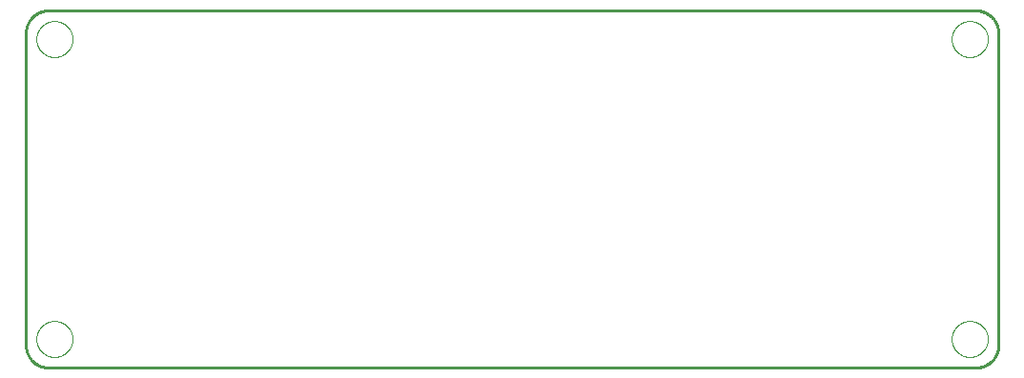
<source format=gko>
G04 EAGLE Gerber RS-274X export*
G75*
%MOMM*%
%FSLAX25Y25*%
%LPD*%
%AMOC8*
5,1,8,0,0,1.08239X$1,22.5*%
G01*
%ADD10C,0.000000*%
%ADD11C,0.254000*%


D10*
X8222000Y2921000D02*
X8222048Y2924927D01*
X8222193Y2928851D01*
X8222434Y2932770D01*
X8222770Y2936683D01*
X8223203Y2940586D01*
X8223732Y2944477D01*
X8224356Y2948354D01*
X8225074Y2952214D01*
X8225888Y2956056D01*
X8226795Y2959877D01*
X8227796Y2963674D01*
X8228890Y2967446D01*
X8230075Y2971189D01*
X8231353Y2974902D01*
X8232721Y2978583D01*
X8234179Y2982229D01*
X8235726Y2985839D01*
X8237362Y2989409D01*
X8239084Y2992938D01*
X8240893Y2996423D01*
X8242786Y2999864D01*
X8244763Y3003256D01*
X8246823Y3006600D01*
X8248965Y3009891D01*
X8251186Y3013129D01*
X8253487Y3016312D01*
X8255865Y3019437D01*
X8258318Y3022503D01*
X8260847Y3025508D01*
X8263448Y3028449D01*
X8266120Y3031326D01*
X8268863Y3034137D01*
X8271674Y3036880D01*
X8274551Y3039552D01*
X8277492Y3042153D01*
X8280497Y3044682D01*
X8283563Y3047135D01*
X8286688Y3049513D01*
X8289871Y3051814D01*
X8293109Y3054035D01*
X8296400Y3056177D01*
X8299744Y3058237D01*
X8303136Y3060214D01*
X8306577Y3062107D01*
X8310062Y3063916D01*
X8313591Y3065638D01*
X8317161Y3067274D01*
X8320771Y3068821D01*
X8324417Y3070279D01*
X8328098Y3071647D01*
X8331811Y3072925D01*
X8335554Y3074110D01*
X8339326Y3075204D01*
X8343123Y3076205D01*
X8346944Y3077112D01*
X8350786Y3077926D01*
X8354646Y3078644D01*
X8358523Y3079268D01*
X8362414Y3079797D01*
X8366317Y3080230D01*
X8370230Y3080566D01*
X8374149Y3080807D01*
X8378073Y3080952D01*
X8382000Y3081000D01*
X8385927Y3080952D01*
X8389851Y3080807D01*
X8393770Y3080566D01*
X8397683Y3080230D01*
X8401586Y3079797D01*
X8405477Y3079268D01*
X8409354Y3078644D01*
X8413214Y3077926D01*
X8417056Y3077112D01*
X8420877Y3076205D01*
X8424674Y3075204D01*
X8428446Y3074110D01*
X8432189Y3072925D01*
X8435902Y3071647D01*
X8439583Y3070279D01*
X8443229Y3068821D01*
X8446839Y3067274D01*
X8450409Y3065638D01*
X8453938Y3063916D01*
X8457423Y3062107D01*
X8460864Y3060214D01*
X8464256Y3058237D01*
X8467600Y3056177D01*
X8470891Y3054035D01*
X8474129Y3051814D01*
X8477312Y3049513D01*
X8480437Y3047135D01*
X8483503Y3044682D01*
X8486508Y3042153D01*
X8489449Y3039552D01*
X8492326Y3036880D01*
X8495137Y3034137D01*
X8497880Y3031326D01*
X8500552Y3028449D01*
X8503153Y3025508D01*
X8505682Y3022503D01*
X8508135Y3019437D01*
X8510513Y3016312D01*
X8512814Y3013129D01*
X8515035Y3009891D01*
X8517177Y3006600D01*
X8519237Y3003256D01*
X8521214Y2999864D01*
X8523107Y2996423D01*
X8524916Y2992938D01*
X8526638Y2989409D01*
X8528274Y2985839D01*
X8529821Y2982229D01*
X8531279Y2978583D01*
X8532647Y2974902D01*
X8533925Y2971189D01*
X8535110Y2967446D01*
X8536204Y2963674D01*
X8537205Y2959877D01*
X8538112Y2956056D01*
X8538926Y2952214D01*
X8539644Y2948354D01*
X8540268Y2944477D01*
X8540797Y2940586D01*
X8541230Y2936683D01*
X8541566Y2932770D01*
X8541807Y2928851D01*
X8541952Y2924927D01*
X8542000Y2921000D01*
X8541952Y2917073D01*
X8541807Y2913149D01*
X8541566Y2909230D01*
X8541230Y2905317D01*
X8540797Y2901414D01*
X8540268Y2897523D01*
X8539644Y2893646D01*
X8538926Y2889786D01*
X8538112Y2885944D01*
X8537205Y2882123D01*
X8536204Y2878326D01*
X8535110Y2874554D01*
X8533925Y2870811D01*
X8532647Y2867098D01*
X8531279Y2863417D01*
X8529821Y2859771D01*
X8528274Y2856161D01*
X8526638Y2852591D01*
X8524916Y2849062D01*
X8523107Y2845577D01*
X8521214Y2842136D01*
X8519237Y2838744D01*
X8517177Y2835400D01*
X8515035Y2832109D01*
X8512814Y2828871D01*
X8510513Y2825688D01*
X8508135Y2822563D01*
X8505682Y2819497D01*
X8503153Y2816492D01*
X8500552Y2813551D01*
X8497880Y2810674D01*
X8495137Y2807863D01*
X8492326Y2805120D01*
X8489449Y2802448D01*
X8486508Y2799847D01*
X8483503Y2797318D01*
X8480437Y2794865D01*
X8477312Y2792487D01*
X8474129Y2790186D01*
X8470891Y2787965D01*
X8467600Y2785823D01*
X8464256Y2783763D01*
X8460864Y2781786D01*
X8457423Y2779893D01*
X8453938Y2778084D01*
X8450409Y2776362D01*
X8446839Y2774726D01*
X8443229Y2773179D01*
X8439583Y2771721D01*
X8435902Y2770353D01*
X8432189Y2769075D01*
X8428446Y2767890D01*
X8424674Y2766796D01*
X8420877Y2765795D01*
X8417056Y2764888D01*
X8413214Y2764074D01*
X8409354Y2763356D01*
X8405477Y2762732D01*
X8401586Y2762203D01*
X8397683Y2761770D01*
X8393770Y2761434D01*
X8389851Y2761193D01*
X8385927Y2761048D01*
X8382000Y2761000D01*
X8378073Y2761048D01*
X8374149Y2761193D01*
X8370230Y2761434D01*
X8366317Y2761770D01*
X8362414Y2762203D01*
X8358523Y2762732D01*
X8354646Y2763356D01*
X8350786Y2764074D01*
X8346944Y2764888D01*
X8343123Y2765795D01*
X8339326Y2766796D01*
X8335554Y2767890D01*
X8331811Y2769075D01*
X8328098Y2770353D01*
X8324417Y2771721D01*
X8320771Y2773179D01*
X8317161Y2774726D01*
X8313591Y2776362D01*
X8310062Y2778084D01*
X8306577Y2779893D01*
X8303136Y2781786D01*
X8299744Y2783763D01*
X8296400Y2785823D01*
X8293109Y2787965D01*
X8289871Y2790186D01*
X8286688Y2792487D01*
X8283563Y2794865D01*
X8280497Y2797318D01*
X8277492Y2799847D01*
X8274551Y2802448D01*
X8271674Y2805120D01*
X8268863Y2807863D01*
X8266120Y2810674D01*
X8263448Y2813551D01*
X8260847Y2816492D01*
X8258318Y2819497D01*
X8255865Y2822563D01*
X8253487Y2825688D01*
X8251186Y2828871D01*
X8248965Y2832109D01*
X8246823Y2835400D01*
X8244763Y2838744D01*
X8242786Y2842136D01*
X8240893Y2845577D01*
X8239084Y2849062D01*
X8237362Y2852591D01*
X8235726Y2856161D01*
X8234179Y2859771D01*
X8232721Y2863417D01*
X8231353Y2867098D01*
X8230075Y2870811D01*
X8228890Y2874554D01*
X8227796Y2878326D01*
X8226795Y2882123D01*
X8225888Y2885944D01*
X8225074Y2889786D01*
X8224356Y2893646D01*
X8223732Y2897523D01*
X8223203Y2901414D01*
X8222770Y2905317D01*
X8222434Y2909230D01*
X8222193Y2913149D01*
X8222048Y2917073D01*
X8222000Y2921000D01*
X8222000Y254000D02*
X8222048Y257927D01*
X8222193Y261851D01*
X8222434Y265770D01*
X8222770Y269683D01*
X8223203Y273586D01*
X8223732Y277477D01*
X8224356Y281354D01*
X8225074Y285214D01*
X8225888Y289056D01*
X8226795Y292877D01*
X8227796Y296674D01*
X8228890Y300446D01*
X8230075Y304189D01*
X8231353Y307902D01*
X8232721Y311583D01*
X8234179Y315229D01*
X8235726Y318839D01*
X8237362Y322409D01*
X8239084Y325938D01*
X8240893Y329423D01*
X8242786Y332864D01*
X8244763Y336256D01*
X8246823Y339600D01*
X8248965Y342891D01*
X8251186Y346129D01*
X8253487Y349312D01*
X8255865Y352437D01*
X8258318Y355503D01*
X8260847Y358508D01*
X8263448Y361449D01*
X8266120Y364326D01*
X8268863Y367137D01*
X8271674Y369880D01*
X8274551Y372552D01*
X8277492Y375153D01*
X8280497Y377682D01*
X8283563Y380135D01*
X8286688Y382513D01*
X8289871Y384814D01*
X8293109Y387035D01*
X8296400Y389177D01*
X8299744Y391237D01*
X8303136Y393214D01*
X8306577Y395107D01*
X8310062Y396916D01*
X8313591Y398638D01*
X8317161Y400274D01*
X8320771Y401821D01*
X8324417Y403279D01*
X8328098Y404647D01*
X8331811Y405925D01*
X8335554Y407110D01*
X8339326Y408204D01*
X8343123Y409205D01*
X8346944Y410112D01*
X8350786Y410926D01*
X8354646Y411644D01*
X8358523Y412268D01*
X8362414Y412797D01*
X8366317Y413230D01*
X8370230Y413566D01*
X8374149Y413807D01*
X8378073Y413952D01*
X8382000Y414000D01*
X8385927Y413952D01*
X8389851Y413807D01*
X8393770Y413566D01*
X8397683Y413230D01*
X8401586Y412797D01*
X8405477Y412268D01*
X8409354Y411644D01*
X8413214Y410926D01*
X8417056Y410112D01*
X8420877Y409205D01*
X8424674Y408204D01*
X8428446Y407110D01*
X8432189Y405925D01*
X8435902Y404647D01*
X8439583Y403279D01*
X8443229Y401821D01*
X8446839Y400274D01*
X8450409Y398638D01*
X8453938Y396916D01*
X8457423Y395107D01*
X8460864Y393214D01*
X8464256Y391237D01*
X8467600Y389177D01*
X8470891Y387035D01*
X8474129Y384814D01*
X8477312Y382513D01*
X8480437Y380135D01*
X8483503Y377682D01*
X8486508Y375153D01*
X8489449Y372552D01*
X8492326Y369880D01*
X8495137Y367137D01*
X8497880Y364326D01*
X8500552Y361449D01*
X8503153Y358508D01*
X8505682Y355503D01*
X8508135Y352437D01*
X8510513Y349312D01*
X8512814Y346129D01*
X8515035Y342891D01*
X8517177Y339600D01*
X8519237Y336256D01*
X8521214Y332864D01*
X8523107Y329423D01*
X8524916Y325938D01*
X8526638Y322409D01*
X8528274Y318839D01*
X8529821Y315229D01*
X8531279Y311583D01*
X8532647Y307902D01*
X8533925Y304189D01*
X8535110Y300446D01*
X8536204Y296674D01*
X8537205Y292877D01*
X8538112Y289056D01*
X8538926Y285214D01*
X8539644Y281354D01*
X8540268Y277477D01*
X8540797Y273586D01*
X8541230Y269683D01*
X8541566Y265770D01*
X8541807Y261851D01*
X8541952Y257927D01*
X8542000Y254000D01*
X8541952Y250073D01*
X8541807Y246149D01*
X8541566Y242230D01*
X8541230Y238317D01*
X8540797Y234414D01*
X8540268Y230523D01*
X8539644Y226646D01*
X8538926Y222786D01*
X8538112Y218944D01*
X8537205Y215123D01*
X8536204Y211326D01*
X8535110Y207554D01*
X8533925Y203811D01*
X8532647Y200098D01*
X8531279Y196417D01*
X8529821Y192771D01*
X8528274Y189161D01*
X8526638Y185591D01*
X8524916Y182062D01*
X8523107Y178577D01*
X8521214Y175136D01*
X8519237Y171744D01*
X8517177Y168400D01*
X8515035Y165109D01*
X8512814Y161871D01*
X8510513Y158688D01*
X8508135Y155563D01*
X8505682Y152497D01*
X8503153Y149492D01*
X8500552Y146551D01*
X8497880Y143674D01*
X8495137Y140863D01*
X8492326Y138120D01*
X8489449Y135448D01*
X8486508Y132847D01*
X8483503Y130318D01*
X8480437Y127865D01*
X8477312Y125487D01*
X8474129Y123186D01*
X8470891Y120965D01*
X8467600Y118823D01*
X8464256Y116763D01*
X8460864Y114786D01*
X8457423Y112893D01*
X8453938Y111084D01*
X8450409Y109362D01*
X8446839Y107726D01*
X8443229Y106179D01*
X8439583Y104721D01*
X8435902Y103353D01*
X8432189Y102075D01*
X8428446Y100890D01*
X8424674Y99796D01*
X8420877Y98795D01*
X8417056Y97888D01*
X8413214Y97074D01*
X8409354Y96356D01*
X8405477Y95732D01*
X8401586Y95203D01*
X8397683Y94770D01*
X8393770Y94434D01*
X8389851Y94193D01*
X8385927Y94048D01*
X8382000Y94000D01*
X8378073Y94048D01*
X8374149Y94193D01*
X8370230Y94434D01*
X8366317Y94770D01*
X8362414Y95203D01*
X8358523Y95732D01*
X8354646Y96356D01*
X8350786Y97074D01*
X8346944Y97888D01*
X8343123Y98795D01*
X8339326Y99796D01*
X8335554Y100890D01*
X8331811Y102075D01*
X8328098Y103353D01*
X8324417Y104721D01*
X8320771Y106179D01*
X8317161Y107726D01*
X8313591Y109362D01*
X8310062Y111084D01*
X8306577Y112893D01*
X8303136Y114786D01*
X8299744Y116763D01*
X8296400Y118823D01*
X8293109Y120965D01*
X8289871Y123186D01*
X8286688Y125487D01*
X8283563Y127865D01*
X8280497Y130318D01*
X8277492Y132847D01*
X8274551Y135448D01*
X8271674Y138120D01*
X8268863Y140863D01*
X8266120Y143674D01*
X8263448Y146551D01*
X8260847Y149492D01*
X8258318Y152497D01*
X8255865Y155563D01*
X8253487Y158688D01*
X8251186Y161871D01*
X8248965Y165109D01*
X8246823Y168400D01*
X8244763Y171744D01*
X8242786Y175136D01*
X8240893Y178577D01*
X8239084Y182062D01*
X8237362Y185591D01*
X8235726Y189161D01*
X8234179Y192771D01*
X8232721Y196417D01*
X8231353Y200098D01*
X8230075Y203811D01*
X8228890Y207554D01*
X8227796Y211326D01*
X8226795Y215123D01*
X8225888Y218944D01*
X8225074Y222786D01*
X8224356Y226646D01*
X8223732Y230523D01*
X8223203Y234414D01*
X8222770Y238317D01*
X8222434Y242230D01*
X8222193Y246149D01*
X8222048Y250073D01*
X8222000Y254000D01*
X94000Y2921000D02*
X94048Y2924927D01*
X94193Y2928851D01*
X94434Y2932770D01*
X94770Y2936683D01*
X95203Y2940586D01*
X95732Y2944477D01*
X96356Y2948354D01*
X97074Y2952214D01*
X97888Y2956056D01*
X98795Y2959877D01*
X99796Y2963674D01*
X100890Y2967446D01*
X102075Y2971189D01*
X103353Y2974902D01*
X104721Y2978583D01*
X106179Y2982229D01*
X107726Y2985839D01*
X109362Y2989409D01*
X111084Y2992938D01*
X112893Y2996423D01*
X114786Y2999864D01*
X116763Y3003256D01*
X118823Y3006600D01*
X120965Y3009891D01*
X123186Y3013129D01*
X125487Y3016312D01*
X127865Y3019437D01*
X130318Y3022503D01*
X132847Y3025508D01*
X135448Y3028449D01*
X138120Y3031326D01*
X140863Y3034137D01*
X143674Y3036880D01*
X146551Y3039552D01*
X149492Y3042153D01*
X152497Y3044682D01*
X155563Y3047135D01*
X158688Y3049513D01*
X161871Y3051814D01*
X165109Y3054035D01*
X168400Y3056177D01*
X171744Y3058237D01*
X175136Y3060214D01*
X178577Y3062107D01*
X182062Y3063916D01*
X185591Y3065638D01*
X189161Y3067274D01*
X192771Y3068821D01*
X196417Y3070279D01*
X200098Y3071647D01*
X203811Y3072925D01*
X207554Y3074110D01*
X211326Y3075204D01*
X215123Y3076205D01*
X218944Y3077112D01*
X222786Y3077926D01*
X226646Y3078644D01*
X230523Y3079268D01*
X234414Y3079797D01*
X238317Y3080230D01*
X242230Y3080566D01*
X246149Y3080807D01*
X250073Y3080952D01*
X254000Y3081000D01*
X257927Y3080952D01*
X261851Y3080807D01*
X265770Y3080566D01*
X269683Y3080230D01*
X273586Y3079797D01*
X277477Y3079268D01*
X281354Y3078644D01*
X285214Y3077926D01*
X289056Y3077112D01*
X292877Y3076205D01*
X296674Y3075204D01*
X300446Y3074110D01*
X304189Y3072925D01*
X307902Y3071647D01*
X311583Y3070279D01*
X315229Y3068821D01*
X318839Y3067274D01*
X322409Y3065638D01*
X325938Y3063916D01*
X329423Y3062107D01*
X332864Y3060214D01*
X336256Y3058237D01*
X339600Y3056177D01*
X342891Y3054035D01*
X346129Y3051814D01*
X349312Y3049513D01*
X352437Y3047135D01*
X355503Y3044682D01*
X358508Y3042153D01*
X361449Y3039552D01*
X364326Y3036880D01*
X367137Y3034137D01*
X369880Y3031326D01*
X372552Y3028449D01*
X375153Y3025508D01*
X377682Y3022503D01*
X380135Y3019437D01*
X382513Y3016312D01*
X384814Y3013129D01*
X387035Y3009891D01*
X389177Y3006600D01*
X391237Y3003256D01*
X393214Y2999864D01*
X395107Y2996423D01*
X396916Y2992938D01*
X398638Y2989409D01*
X400274Y2985839D01*
X401821Y2982229D01*
X403279Y2978583D01*
X404647Y2974902D01*
X405925Y2971189D01*
X407110Y2967446D01*
X408204Y2963674D01*
X409205Y2959877D01*
X410112Y2956056D01*
X410926Y2952214D01*
X411644Y2948354D01*
X412268Y2944477D01*
X412797Y2940586D01*
X413230Y2936683D01*
X413566Y2932770D01*
X413807Y2928851D01*
X413952Y2924927D01*
X414000Y2921000D01*
X413952Y2917073D01*
X413807Y2913149D01*
X413566Y2909230D01*
X413230Y2905317D01*
X412797Y2901414D01*
X412268Y2897523D01*
X411644Y2893646D01*
X410926Y2889786D01*
X410112Y2885944D01*
X409205Y2882123D01*
X408204Y2878326D01*
X407110Y2874554D01*
X405925Y2870811D01*
X404647Y2867098D01*
X403279Y2863417D01*
X401821Y2859771D01*
X400274Y2856161D01*
X398638Y2852591D01*
X396916Y2849062D01*
X395107Y2845577D01*
X393214Y2842136D01*
X391237Y2838744D01*
X389177Y2835400D01*
X387035Y2832109D01*
X384814Y2828871D01*
X382513Y2825688D01*
X380135Y2822563D01*
X377682Y2819497D01*
X375153Y2816492D01*
X372552Y2813551D01*
X369880Y2810674D01*
X367137Y2807863D01*
X364326Y2805120D01*
X361449Y2802448D01*
X358508Y2799847D01*
X355503Y2797318D01*
X352437Y2794865D01*
X349312Y2792487D01*
X346129Y2790186D01*
X342891Y2787965D01*
X339600Y2785823D01*
X336256Y2783763D01*
X332864Y2781786D01*
X329423Y2779893D01*
X325938Y2778084D01*
X322409Y2776362D01*
X318839Y2774726D01*
X315229Y2773179D01*
X311583Y2771721D01*
X307902Y2770353D01*
X304189Y2769075D01*
X300446Y2767890D01*
X296674Y2766796D01*
X292877Y2765795D01*
X289056Y2764888D01*
X285214Y2764074D01*
X281354Y2763356D01*
X277477Y2762732D01*
X273586Y2762203D01*
X269683Y2761770D01*
X265770Y2761434D01*
X261851Y2761193D01*
X257927Y2761048D01*
X254000Y2761000D01*
X250073Y2761048D01*
X246149Y2761193D01*
X242230Y2761434D01*
X238317Y2761770D01*
X234414Y2762203D01*
X230523Y2762732D01*
X226646Y2763356D01*
X222786Y2764074D01*
X218944Y2764888D01*
X215123Y2765795D01*
X211326Y2766796D01*
X207554Y2767890D01*
X203811Y2769075D01*
X200098Y2770353D01*
X196417Y2771721D01*
X192771Y2773179D01*
X189161Y2774726D01*
X185591Y2776362D01*
X182062Y2778084D01*
X178577Y2779893D01*
X175136Y2781786D01*
X171744Y2783763D01*
X168400Y2785823D01*
X165109Y2787965D01*
X161871Y2790186D01*
X158688Y2792487D01*
X155563Y2794865D01*
X152497Y2797318D01*
X149492Y2799847D01*
X146551Y2802448D01*
X143674Y2805120D01*
X140863Y2807863D01*
X138120Y2810674D01*
X135448Y2813551D01*
X132847Y2816492D01*
X130318Y2819497D01*
X127865Y2822563D01*
X125487Y2825688D01*
X123186Y2828871D01*
X120965Y2832109D01*
X118823Y2835400D01*
X116763Y2838744D01*
X114786Y2842136D01*
X112893Y2845577D01*
X111084Y2849062D01*
X109362Y2852591D01*
X107726Y2856161D01*
X106179Y2859771D01*
X104721Y2863417D01*
X103353Y2867098D01*
X102075Y2870811D01*
X100890Y2874554D01*
X99796Y2878326D01*
X98795Y2882123D01*
X97888Y2885944D01*
X97074Y2889786D01*
X96356Y2893646D01*
X95732Y2897523D01*
X95203Y2901414D01*
X94770Y2905317D01*
X94434Y2909230D01*
X94193Y2913149D01*
X94048Y2917073D01*
X94000Y2921000D01*
X94000Y254000D02*
X94048Y257927D01*
X94193Y261851D01*
X94434Y265770D01*
X94770Y269683D01*
X95203Y273586D01*
X95732Y277477D01*
X96356Y281354D01*
X97074Y285214D01*
X97888Y289056D01*
X98795Y292877D01*
X99796Y296674D01*
X100890Y300446D01*
X102075Y304189D01*
X103353Y307902D01*
X104721Y311583D01*
X106179Y315229D01*
X107726Y318839D01*
X109362Y322409D01*
X111084Y325938D01*
X112893Y329423D01*
X114786Y332864D01*
X116763Y336256D01*
X118823Y339600D01*
X120965Y342891D01*
X123186Y346129D01*
X125487Y349312D01*
X127865Y352437D01*
X130318Y355503D01*
X132847Y358508D01*
X135448Y361449D01*
X138120Y364326D01*
X140863Y367137D01*
X143674Y369880D01*
X146551Y372552D01*
X149492Y375153D01*
X152497Y377682D01*
X155563Y380135D01*
X158688Y382513D01*
X161871Y384814D01*
X165109Y387035D01*
X168400Y389177D01*
X171744Y391237D01*
X175136Y393214D01*
X178577Y395107D01*
X182062Y396916D01*
X185591Y398638D01*
X189161Y400274D01*
X192771Y401821D01*
X196417Y403279D01*
X200098Y404647D01*
X203811Y405925D01*
X207554Y407110D01*
X211326Y408204D01*
X215123Y409205D01*
X218944Y410112D01*
X222786Y410926D01*
X226646Y411644D01*
X230523Y412268D01*
X234414Y412797D01*
X238317Y413230D01*
X242230Y413566D01*
X246149Y413807D01*
X250073Y413952D01*
X254000Y414000D01*
X257927Y413952D01*
X261851Y413807D01*
X265770Y413566D01*
X269683Y413230D01*
X273586Y412797D01*
X277477Y412268D01*
X281354Y411644D01*
X285214Y410926D01*
X289056Y410112D01*
X292877Y409205D01*
X296674Y408204D01*
X300446Y407110D01*
X304189Y405925D01*
X307902Y404647D01*
X311583Y403279D01*
X315229Y401821D01*
X318839Y400274D01*
X322409Y398638D01*
X325938Y396916D01*
X329423Y395107D01*
X332864Y393214D01*
X336256Y391237D01*
X339600Y389177D01*
X342891Y387035D01*
X346129Y384814D01*
X349312Y382513D01*
X352437Y380135D01*
X355503Y377682D01*
X358508Y375153D01*
X361449Y372552D01*
X364326Y369880D01*
X367137Y367137D01*
X369880Y364326D01*
X372552Y361449D01*
X375153Y358508D01*
X377682Y355503D01*
X380135Y352437D01*
X382513Y349312D01*
X384814Y346129D01*
X387035Y342891D01*
X389177Y339600D01*
X391237Y336256D01*
X393214Y332864D01*
X395107Y329423D01*
X396916Y325938D01*
X398638Y322409D01*
X400274Y318839D01*
X401821Y315229D01*
X403279Y311583D01*
X404647Y307902D01*
X405925Y304189D01*
X407110Y300446D01*
X408204Y296674D01*
X409205Y292877D01*
X410112Y289056D01*
X410926Y285214D01*
X411644Y281354D01*
X412268Y277477D01*
X412797Y273586D01*
X413230Y269683D01*
X413566Y265770D01*
X413807Y261851D01*
X413952Y257927D01*
X414000Y254000D01*
X413952Y250073D01*
X413807Y246149D01*
X413566Y242230D01*
X413230Y238317D01*
X412797Y234414D01*
X412268Y230523D01*
X411644Y226646D01*
X410926Y222786D01*
X410112Y218944D01*
X409205Y215123D01*
X408204Y211326D01*
X407110Y207554D01*
X405925Y203811D01*
X404647Y200098D01*
X403279Y196417D01*
X401821Y192771D01*
X400274Y189161D01*
X398638Y185591D01*
X396916Y182062D01*
X395107Y178577D01*
X393214Y175136D01*
X391237Y171744D01*
X389177Y168400D01*
X387035Y165109D01*
X384814Y161871D01*
X382513Y158688D01*
X380135Y155563D01*
X377682Y152497D01*
X375153Y149492D01*
X372552Y146551D01*
X369880Y143674D01*
X367137Y140863D01*
X364326Y138120D01*
X361449Y135448D01*
X358508Y132847D01*
X355503Y130318D01*
X352437Y127865D01*
X349312Y125487D01*
X346129Y123186D01*
X342891Y120965D01*
X339600Y118823D01*
X336256Y116763D01*
X332864Y114786D01*
X329423Y112893D01*
X325938Y111084D01*
X322409Y109362D01*
X318839Y107726D01*
X315229Y106179D01*
X311583Y104721D01*
X307902Y103353D01*
X304189Y102075D01*
X300446Y100890D01*
X296674Y99796D01*
X292877Y98795D01*
X289056Y97888D01*
X285214Y97074D01*
X281354Y96356D01*
X277477Y95732D01*
X273586Y95203D01*
X269683Y94770D01*
X265770Y94434D01*
X261851Y94193D01*
X257927Y94048D01*
X254000Y94000D01*
X250073Y94048D01*
X246149Y94193D01*
X242230Y94434D01*
X238317Y94770D01*
X234414Y95203D01*
X230523Y95732D01*
X226646Y96356D01*
X222786Y97074D01*
X218944Y97888D01*
X215123Y98795D01*
X211326Y99796D01*
X207554Y100890D01*
X203811Y102075D01*
X200098Y103353D01*
X196417Y104721D01*
X192771Y106179D01*
X189161Y107726D01*
X185591Y109362D01*
X182062Y111084D01*
X178577Y112893D01*
X175136Y114786D01*
X171744Y116763D01*
X168400Y118823D01*
X165109Y120965D01*
X161871Y123186D01*
X158688Y125487D01*
X155563Y127865D01*
X152497Y130318D01*
X149492Y132847D01*
X146551Y135448D01*
X143674Y138120D01*
X140863Y140863D01*
X138120Y143674D01*
X135448Y146551D01*
X132847Y149492D01*
X130318Y152497D01*
X127865Y155563D01*
X125487Y158688D01*
X123186Y161871D01*
X120965Y165109D01*
X118823Y168400D01*
X116763Y171744D01*
X114786Y175136D01*
X112893Y178577D01*
X111084Y182062D01*
X109362Y185591D01*
X107726Y189161D01*
X106179Y192771D01*
X104721Y196417D01*
X103353Y200098D01*
X102075Y203811D01*
X100890Y207554D01*
X99796Y211326D01*
X98795Y215123D01*
X97888Y218944D01*
X97074Y222786D01*
X96356Y226646D01*
X95732Y230523D01*
X95203Y234414D01*
X94770Y238317D01*
X94434Y242230D01*
X94193Y246149D01*
X94048Y250073D01*
X94000Y254000D01*
D11*
X0Y200000D02*
X0Y2975000D01*
X58Y2979833D01*
X234Y2984663D01*
X525Y2989487D01*
X934Y2994303D01*
X1458Y2999107D01*
X2099Y3003898D01*
X2855Y3008671D01*
X3726Y3013425D01*
X4712Y3018157D01*
X5812Y3022863D01*
X7025Y3027541D01*
X8351Y3032189D01*
X9789Y3036803D01*
X11338Y3041382D01*
X12997Y3045921D01*
X14765Y3050419D01*
X16642Y3054873D01*
X18625Y3059280D01*
X20715Y3063638D01*
X22909Y3067945D01*
X25206Y3072197D01*
X27606Y3076392D01*
X30106Y3080528D01*
X32706Y3084603D01*
X35403Y3088613D01*
X38197Y3092557D01*
X41084Y3096433D01*
X44065Y3100237D01*
X47137Y3103968D01*
X50298Y3107625D01*
X53546Y3111203D01*
X56880Y3114702D01*
X60298Y3118120D01*
X63797Y3121454D01*
X67375Y3124702D01*
X71032Y3127863D01*
X74763Y3130935D01*
X78567Y3133916D01*
X82443Y3136803D01*
X86387Y3139597D01*
X90397Y3142294D01*
X94472Y3144894D01*
X98608Y3147394D01*
X102803Y3149794D01*
X107055Y3152091D01*
X111362Y3154285D01*
X115720Y3156375D01*
X120127Y3158358D01*
X124581Y3160235D01*
X129079Y3162003D01*
X133618Y3163662D01*
X138197Y3165211D01*
X142811Y3166649D01*
X147459Y3167975D01*
X152137Y3169188D01*
X156843Y3170288D01*
X161575Y3171274D01*
X166329Y3172145D01*
X171102Y3172901D01*
X175893Y3173542D01*
X180697Y3174066D01*
X185513Y3174475D01*
X190337Y3174766D01*
X195167Y3174942D01*
X200000Y3175000D01*
X8436000Y3175000D01*
X8440833Y3174942D01*
X8445663Y3174766D01*
X8450487Y3174475D01*
X8455303Y3174066D01*
X8460107Y3173542D01*
X8464898Y3172901D01*
X8469671Y3172145D01*
X8474425Y3171274D01*
X8479157Y3170288D01*
X8483863Y3169188D01*
X8488541Y3167975D01*
X8493189Y3166649D01*
X8497803Y3165211D01*
X8502382Y3163662D01*
X8506921Y3162003D01*
X8511419Y3160235D01*
X8515873Y3158358D01*
X8520280Y3156375D01*
X8524638Y3154285D01*
X8528945Y3152091D01*
X8533197Y3149794D01*
X8537392Y3147394D01*
X8541528Y3144894D01*
X8545603Y3142294D01*
X8549613Y3139597D01*
X8553557Y3136803D01*
X8557433Y3133916D01*
X8561237Y3130935D01*
X8564968Y3127863D01*
X8568625Y3124702D01*
X8572203Y3121454D01*
X8575702Y3118120D01*
X8579120Y3114702D01*
X8582454Y3111203D01*
X8585702Y3107625D01*
X8588863Y3103968D01*
X8591935Y3100237D01*
X8594916Y3096433D01*
X8597803Y3092557D01*
X8600597Y3088613D01*
X8603294Y3084603D01*
X8605894Y3080528D01*
X8608394Y3076392D01*
X8610794Y3072197D01*
X8613091Y3067945D01*
X8615285Y3063638D01*
X8617375Y3059280D01*
X8619358Y3054873D01*
X8621235Y3050419D01*
X8623003Y3045921D01*
X8624662Y3041382D01*
X8626211Y3036803D01*
X8627649Y3032189D01*
X8628975Y3027541D01*
X8630188Y3022863D01*
X8631288Y3018157D01*
X8632274Y3013425D01*
X8633145Y3008671D01*
X8633901Y3003898D01*
X8634542Y2999107D01*
X8635066Y2994303D01*
X8635475Y2989487D01*
X8635766Y2984663D01*
X8635942Y2979833D01*
X8636000Y2975000D01*
X8636000Y200000D01*
X8635942Y195167D01*
X8635766Y190337D01*
X8635475Y185513D01*
X8635066Y180697D01*
X8634542Y175893D01*
X8633901Y171102D01*
X8633145Y166329D01*
X8632274Y161575D01*
X8631288Y156843D01*
X8630188Y152137D01*
X8628975Y147459D01*
X8627649Y142811D01*
X8626211Y138197D01*
X8624662Y133618D01*
X8623003Y129079D01*
X8621235Y124581D01*
X8619358Y120127D01*
X8617375Y115720D01*
X8615285Y111362D01*
X8613091Y107055D01*
X8610794Y102803D01*
X8608394Y98608D01*
X8605894Y94472D01*
X8603294Y90397D01*
X8600597Y86387D01*
X8597803Y82443D01*
X8594916Y78567D01*
X8591935Y74763D01*
X8588863Y71032D01*
X8585702Y67375D01*
X8582454Y63797D01*
X8579120Y60298D01*
X8575702Y56880D01*
X8572203Y53546D01*
X8568625Y50298D01*
X8564968Y47137D01*
X8561237Y44065D01*
X8557433Y41084D01*
X8553557Y38197D01*
X8549613Y35403D01*
X8545603Y32706D01*
X8541528Y30106D01*
X8537392Y27606D01*
X8533197Y25206D01*
X8528945Y22909D01*
X8524638Y20715D01*
X8520280Y18625D01*
X8515873Y16642D01*
X8511419Y14765D01*
X8506921Y12997D01*
X8502382Y11338D01*
X8497803Y9789D01*
X8493189Y8351D01*
X8488541Y7025D01*
X8483863Y5812D01*
X8479157Y4712D01*
X8474425Y3726D01*
X8469671Y2855D01*
X8464898Y2099D01*
X8460107Y1458D01*
X8455303Y934D01*
X8450487Y525D01*
X8445663Y234D01*
X8440833Y58D01*
X8436000Y0D01*
X200000Y0D01*
X195167Y58D01*
X190337Y234D01*
X185513Y525D01*
X180697Y934D01*
X175893Y1458D01*
X171102Y2099D01*
X166329Y2855D01*
X161575Y3726D01*
X156843Y4712D01*
X152137Y5812D01*
X147459Y7025D01*
X142811Y8351D01*
X138197Y9789D01*
X133618Y11338D01*
X129079Y12997D01*
X124581Y14765D01*
X120127Y16642D01*
X115720Y18625D01*
X111362Y20715D01*
X107055Y22909D01*
X102803Y25206D01*
X98608Y27606D01*
X94472Y30106D01*
X90397Y32706D01*
X86387Y35403D01*
X82443Y38197D01*
X78567Y41084D01*
X74763Y44065D01*
X71032Y47137D01*
X67375Y50298D01*
X63797Y53546D01*
X60298Y56880D01*
X56880Y60298D01*
X53546Y63797D01*
X50298Y67375D01*
X47137Y71032D01*
X44065Y74763D01*
X41084Y78567D01*
X38197Y82443D01*
X35403Y86387D01*
X32706Y90397D01*
X30106Y94472D01*
X27606Y98608D01*
X25206Y102803D01*
X22909Y107055D01*
X20715Y111362D01*
X18625Y115720D01*
X16642Y120127D01*
X14765Y124581D01*
X12997Y129079D01*
X11338Y133618D01*
X9789Y138197D01*
X8351Y142811D01*
X7025Y147459D01*
X5812Y152137D01*
X4712Y156843D01*
X3726Y161575D01*
X2855Y166329D01*
X2099Y171102D01*
X1458Y175893D01*
X934Y180697D01*
X525Y185513D01*
X234Y190337D01*
X58Y195167D01*
X0Y200000D01*
M02*

</source>
